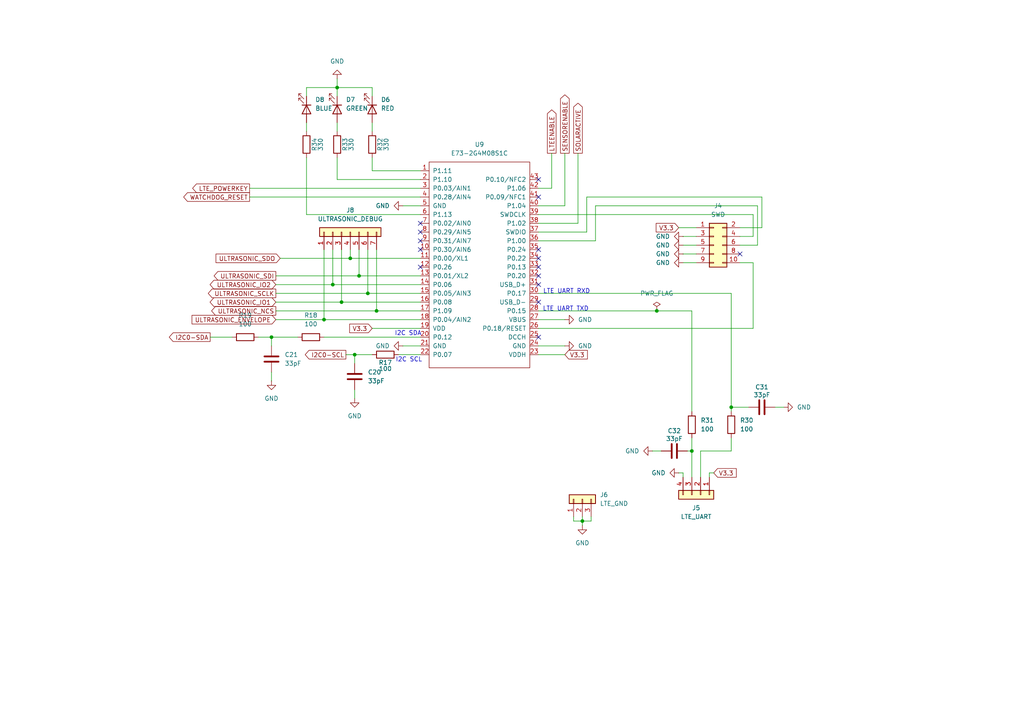
<source format=kicad_sch>
(kicad_sch (version 20231120) (generator "eeschema") (generator_version "8.0")
  (paper "A4")
  (title_block (date "2024-11-26"))
  (lib_symbols
    (symbol "Connector_Generic:Conn_01x03" (pin_names (offset 1.016) hide)
      (property "Reference" "J" (at 0 5.08 0))
      (property "Value" "Conn_01x03" (at 0 -5.08 0))
      (symbol "Conn_01x03_1_1"
        (rectangle (start -1.27 -2.413) (end 0 -2.667) (stroke (width 0.1524)))
        (rectangle (start -1.27 0.127) (end 0 -0.127) (stroke (width 0.1524)))
        (rectangle (start -1.27 2.667) (end 0 2.413) (stroke (width 0.1524)))
        (rectangle (start -1.27 3.81) (end 1.27 -3.81) (stroke (width 0.254)) (fill (type background)))
        (pin passive line (at -5.08 2.54 0) (length 3.81) (name "Pin_1") (number "1"))
        (pin passive line (at -5.08 0 0) (length 3.81) (name "Pin_2") (number "2"))
        (pin passive line (at -5.08 -2.54 0) (length 3.81) (name "Pin_3") (number "3"))
      )
    )
    (symbol "Connector_Generic:Conn_01x04" (pin_names (offset 1.016) hide)
      (property "Reference" "J" (at 0 5.08 0))
      (property "Value" "Conn_01x04" (at 0 -7.62 0))
      (symbol "Conn_01x04_1_1"
        (rectangle (start -1.27 -4.953) (end 0 -5.207) (stroke (width 0.1524)))
        (rectangle (start -1.27 -2.413) (end 0 -2.667) (stroke (width 0.1524)))
        (rectangle (start -1.27 0.127) (end 0 -0.127) (stroke (width 0.1524)))
        (rectangle (start -1.27 2.667) (end 0 2.413) (stroke (width 0.1524)))
        (rectangle (start -1.27 3.81) (end 1.27 -6.35) (stroke (width 0.254)) (fill (type background)))
        (pin passive line (at -5.08 2.54 0) (length 3.81) (name "Pin_1") (number "1"))
        (pin passive line (at -5.08 0 0) (length 3.81) (name "Pin_2") (number "2"))
        (pin passive line (at -5.08 -2.54 0) (length 3.81) (name "Pin_3") (number "3"))
        (pin passive line (at -5.08 -5.08 0) (length 3.81) (name "Pin_4") (number "4"))
      )
    )
    (symbol "Connector_Generic:Conn_01x07" (pin_names (offset 1.016) hide)
      (property "Reference" "J" (at 0 10.16 0))
      (property "Value" "Conn_01x07" (at 0 -10.16 0))
      (symbol "Conn_01x07_1_1"
        (rectangle (start -1.27 -7.493) (end 0 -7.747) (stroke (width 0.1524)))
        (rectangle (start -1.27 -4.953) (end 0 -5.207) (stroke (width 0.1524)))
        (rectangle (start -1.27 -2.413) (end 0 -2.667) (stroke (width 0.1524)))
        (rectangle (start -1.27 0.127) (end 0 -0.127) (stroke (width 0.1524)))
        (rectangle (start -1.27 2.667) (end 0 2.413) (stroke (width 0.1524)))
        (rectangle (start -1.27 5.207) (end 0 4.953) (stroke (width 0.1524)))
        (rectangle (start -1.27 7.747) (end 0 7.493) (stroke (width 0.1524)))
        (rectangle (start -1.27 8.89) (end 1.27 -8.89) (stroke (width 0.254)) (fill (type background)))
        (pin passive line (at -5.08 7.62 0) (length 3.81) (name "Pin_1") (number "1"))
        (pin passive line (at -5.08 5.08 0) (length 3.81) (name "Pin_2") (number "2"))
        (pin passive line (at -5.08 2.54 0) (length 3.81) (name "Pin_3") (number "3"))
        (pin passive line (at -5.08 0 0) (length 3.81) (name "Pin_4") (number "4"))
        (pin passive line (at -5.08 -2.54 0) (length 3.81) (name "Pin_5") (number "5"))
        (pin passive line (at -5.08 -5.08 0) (length 3.81) (name "Pin_6") (number "6"))
        (pin passive line (at -5.08 -7.62 0) (length 3.81) (name "Pin_7") (number "7"))
      )
    )
    (symbol "Connector_Generic:Conn_02x05_Odd_Even" (pin_names (offset 1.016) hide)
      (property "Reference" "J" (at 1.27 7.62 0))
      (property "Value" "Conn_02x05_Odd_Even" (at 1.27 -7.62 0))
      (symbol "Conn_02x05_Odd_Even_1_1"
        (rectangle (start -1.27 -4.953) (end 0 -5.207) (stroke (width 0.1524)))
        (rectangle (start -1.27 -2.413) (end 0 -2.667) (stroke (width 0.1524)))
        (rectangle (start -1.27 0.127) (end 0 -0.127) (stroke (width 0.1524)))
        (rectangle (start -1.27 2.667) (end 0 2.413) (stroke (width 0.1524)))
        (rectangle (start -1.27 5.207) (end 0 4.953) (stroke (width 0.1524)))
        (rectangle (start -1.27 6.35) (end 3.81 -6.35) (stroke (width 0.254)) (fill (type background)))
        (rectangle (start 3.81 -4.953) (end 2.54 -5.207) (stroke (width 0.1524)))
        (rectangle (start 3.81 -2.413) (end 2.54 -2.667) (stroke (width 0.1524)))
        (rectangle (start 3.81 0.127) (end 2.54 -0.127) (stroke (width 0.1524)))
        (rectangle (start 3.81 2.667) (end 2.54 2.413) (stroke (width 0.1524)))
        (rectangle (start 3.81 5.207) (end 2.54 4.953) (stroke (width 0.1524)))
        (pin passive line (at -5.08 5.08 0) (length 3.81) (name "Pin_1") (number "1"))
        (pin passive line (at 7.62 -5.08 180) (length 3.81) (name "Pin_10") (number "10"))
        (pin passive line (at 7.62 5.08 180) (length 3.81) (name "Pin_2") (number "2"))
        (pin passive line (at -5.08 2.54 0) (length 3.81) (name "Pin_3") (number "3"))
        (pin passive line (at 7.62 2.54 180) (length 3.81) (name "Pin_4") (number "4"))
        (pin passive line (at -5.08 0 0) (length 3.81) (name "Pin_5") (number "5"))
        (pin passive line (at 7.62 0 180) (length 3.81) (name "Pin_6") (number "6"))
        (pin passive line (at -5.08 -2.54 0) (length 3.81) (name "Pin_7") (number "7"))
        (pin passive line (at 7.62 -2.54 180) (length 3.81) (name "Pin_8") (number "8"))
        (pin passive line (at -5.08 -5.08 0) (length 3.81) (name "Pin_9") (number "9"))
      )
    )
    (symbol "Device:C" (pin_numbers hide) (pin_names (offset 0.254))
      (property "Reference" "C" (at 0.635 2.54 0))
      (property "Value" "C" (at 0.635 -2.54 0))
      (symbol "C_0_1"
        (polyline (pts (xy -2.032 -0.762) (xy 2.032 -0.762)) (stroke (width 0.508)))
        (polyline (pts (xy -2.032 0.762) (xy 2.032 0.762)) (stroke (width 0.508)))
      )
      (symbol "C_1_1"
        (pin passive line (at 0 3.81 270) (length 2.794) (name "~") (number "1"))
        (pin passive line (at 0 -3.81 90) (length 2.794) (name "~") (number "2"))
      )
    )
    (symbol "Device:LED" (pin_numbers hide) (pin_names (offset 1.016) hide)
      (property "Reference" "D" (at 0 2.54 0))
      (property "Value" "LED" (at 0 -2.54 0))
      (symbol "LED_0_1"
        (polyline (pts (xy -1.27 -1.27) (xy -1.27 1.27)) (stroke (width 0.254)))
        (polyline (pts (xy -1.27 0) (xy 1.27 0)))
        (polyline (pts (xy 1.27 -1.27) (xy 1.27 1.27) (xy -1.27 0) (xy 1.27 -1.27)) (stroke (width 0.254)))
        (polyline (pts (xy -3.048 -0.762) (xy -4.572 -2.286) (xy -3.81 -2.286) (xy -4.572 -2.286) (xy -4.572 -1.524)))
        (polyline (pts (xy -1.778 -0.762) (xy -3.302 -2.286) (xy -2.54 -2.286) (xy -3.302 -2.286) (xy -3.302 -1.524)))
      )
      (symbol "LED_1_1"
        (pin passive line (at -3.81 0 0) (length 2.54) (name "K") (number "1"))
        (pin passive line (at 3.81 0 180) (length 2.54) (name "A") (number "2"))
      )
    )
    (symbol "Device:R" (pin_numbers hide) (pin_names (offset 0))
      (property "Reference" "R" (at 2.032 0 90))
      (property "Value" "R" (at 0 0 90))
      (symbol "R_0_1"
        (rectangle (start -1.016 -2.54) (end 1.016 2.54) (stroke (width 0.254)))
      )
      (symbol "R_1_1"
        (pin passive line (at 0 3.81 270) (length 1.27) (name "~") (number "1"))
        (pin passive line (at 0 -3.81 90) (length 1.27) (name "~") (number "2"))
      )
    )
    (symbol "SmarterSilo:E73-2G4M08S1C-52840" (pin_names (offset 1.016))
      (property "Reference" "U1" (at -0.635 34.671 0))
      (property "Value" "E73-2G4M08S1C" (at -0.635 32.3596 0))
      (symbol "E73-2G4M08S1C-52840_0_1"
        (rectangle (start -15.24 30.48) (end 13.97 -29.21))
      )
      (symbol "E73-2G4M08S1C-52840_1_1"
        (pin bidirectional line (at -17.78 27.94 0) (length 2.54) (name "P1.11") (number "1"))
        (pin bidirectional line (at -17.78 5.08 0) (length 2.54) (name "P0.30/AIN6") (number "10"))
        (pin bidirectional line (at -17.78 2.54 0) (length 2.54) (name "P0.00/XL1") (number "11"))
        (pin bidirectional line (at -17.78 0 0) (length 2.54) (name "P0.26") (number "12"))
        (pin bidirectional line (at -17.78 -2.54 0) (length 2.54) (name "P0.01/XL2") (number "13"))
        (pin bidirectional line (at -17.78 -5.08 0) (length 2.54) (name "P0.06") (number "14"))
        (pin bidirectional line (at -17.78 -7.62 0) (length 2.54) (name "P0.05/AIN3") (number "15"))
        (pin bidirectional line (at -17.78 -10.16 0) (length 2.54) (name "P0.08") (number "16"))
        (pin bidirectional line (at -17.78 -12.7 0) (length 2.54) (name "P1.09") (number "17"))
        (pin bidirectional line (at -17.78 -15.24 0) (length 2.54) (name "P0.04/AIN2") (number "18"))
        (pin power_in line (at -17.78 -17.78 0) (length 2.54) (name "VDD") (number "19"))
        (pin bidirectional line (at -17.78 25.4 0) (length 2.54) (name "P1.10") (number "2"))
        (pin bidirectional line (at -17.78 -20.32 0) (length 2.54) (name "P0.12") (number "20"))
        (pin power_in line (at -17.78 -22.86 0) (length 2.54) (name "GND") (number "21"))
        (pin bidirectional line (at -17.78 -25.4 0) (length 2.54) (name "P0.07") (number "22"))
        (pin power_in line (at 16.51 -25.4 180) (length 2.54) (name "VDDH") (number "23"))
        (pin power_in line (at 16.51 -22.86 180) (length 2.54) (name "GND") (number "24"))
        (pin power_out line (at 16.51 -20.32 180) (length 2.54) (name "DCCH") (number "25"))
        (pin input line (at 16.51 -17.78 180) (length 2.54) (name "P0.18/RESET") (number "26"))
        (pin power_in line (at 16.51 -15.24 180) (length 2.54) (name "VBUS") (number "27"))
        (pin power_in line (at 16.51 -12.7 180) (length 2.54) (name "P0.15") (number "28"))
        (pin bidirectional line (at 16.51 -10.16 180) (length 2.54) (name "USB_D-") (number "29"))
        (pin bidirectional line (at -17.78 22.86 0) (length 2.54) (name "P0.03/AIN1") (number "3"))
        (pin bidirectional line (at 16.51 -7.62 180) (length 2.54) (name "P0.17") (number "30"))
        (pin bidirectional line (at 16.51 -5.08 180) (length 2.54) (name "USB_D+") (number "31"))
        (pin bidirectional line (at 16.51 -2.54 180) (length 2.54) (name "P0.20") (number "32"))
        (pin bidirectional line (at 16.51 0 180) (length 2.54) (name "P0.13") (number "33"))
        (pin bidirectional line (at 16.51 2.54 180) (length 2.54) (name "P0.22") (number "34"))
        (pin bidirectional line (at 16.51 5.08 180) (length 2.54) (name "P0.24") (number "35"))
        (pin bidirectional line (at 16.51 7.62 180) (length 2.54) (name "P1.00") (number "36"))
        (pin bidirectional line (at 16.51 10.16 180) (length 2.54) (name "SWDIO") (number "37"))
        (pin bidirectional line (at 16.51 12.7 180) (length 2.54) (name "P1.02") (number "38"))
        (pin bidirectional line (at 16.51 15.24 180) (length 2.54) (name "SWDCLK") (number "39"))
        (pin bidirectional line (at -17.78 20.32 0) (length 2.54) (name "P0.28/AIN4") (number "4"))
        (pin bidirectional line (at 16.51 17.78 180) (length 2.54) (name "P1.04") (number "40"))
        (pin bidirectional line (at 16.51 20.32 180) (length 2.54) (name "P0.09/NFC1") (number "41"))
        (pin bidirectional line (at 16.51 22.86 180) (length 2.54) (name "P1.06") (number "42"))
        (pin bidirectional line (at 16.51 25.4 180) (length 2.54) (name "P0.10/NFC2") (number "43"))
        (pin power_in line (at -17.78 17.78 0) (length 2.54) (name "GND") (number "5"))
        (pin bidirectional line (at -17.78 15.24 0) (length 2.54) (name "P1.13") (number "6"))
        (pin bidirectional line (at -17.78 12.7 0) (length 2.54) (name "P0.02/AIN0") (number "7"))
        (pin bidirectional line (at -17.78 10.16 0) (length 2.54) (name "P0.29/AIN5") (number "8"))
        (pin bidirectional line (at -17.78 7.62 0) (length 2.54) (name "P0.31/AIN7") (number "9"))
      )
    )
    (symbol "power:GND" (power) (pin_numbers hide) (pin_names (offset 0) hide)
      (property "Value" "GND" (at 0 -3.81 0))
      (symbol "GND_0_1"
        (polyline (pts (xy 0 0) (xy 0 -1.27) (xy 1.27 -1.27) (xy 0 -2.54) (xy -1.27 -1.27) (xy 0 -1.27)))
      )
      (symbol "GND_1_1"
        (pin power_in line (at 0 0 270) (length 0) (name "~") (number "1"))
      )
    )
    (symbol "power:PWR_FLAG" (power) (pin_numbers hide) (pin_names (offset 0) hide)
      (property "Value" "PWR_FLAG" (at 0 3.81 0))
      (symbol "PWR_FLAG_0_0"
        (pin power_out line (at 0 0 90) (length 0) (name "~") (number "1"))
      )
      (symbol "PWR_FLAG_0_1"
        (polyline (pts (xy 0 0) (xy 0 1.27) (xy -1.016 1.905) (xy 0 2.54) (xy 1.016 1.905) (xy 0 1.27)))
      )
    )
  )
  (junction (at 102.87 102.87))
  (junction (at 104.14 80.01))
  (junction (at 190.5 90.17))
  (junction (at 96.52 82.55))
  (junction (at 101.6 74.93))
  (junction (at 109.22 90.17))
  (junction (at 106.68 85.09))
  (junction (at 99.06 87.63))
  (junction (at 93.98 92.71))
  (junction (at 78.74 97.79))
  (junction (at 97.79 25.4))
  (junction (at 168.91 151.13))
  (junction (at 200.66 130.81))
  (junction (at 212.09 118.11))
  (no_connect (at 156.21 82.55))
  (no_connect (at 121.92 77.47))
  (no_connect (at 156.21 87.63))
  (no_connect (at 156.21 57.15))
  (no_connect (at 121.92 64.77))
  (no_connect (at 121.92 67.31))
  (no_connect (at 121.92 72.39))
  (no_connect (at 121.92 69.85))
  (no_connect (at 214.63 73.66))
  (no_connect (at 156.21 97.79))
  (no_connect (at 156.21 72.39))
  (no_connect (at 156.21 80.01))
  (no_connect (at 156.21 77.47))
  (no_connect (at 156.21 74.93))
  (no_connect (at 156.21 52.07))
  (wire (pts (xy 74.93 97.79) (xy 78.74 97.79)))
  (wire (pts (xy 97.79 52.07) (xy 97.79 45.72)))
  (wire (pts (xy 224.79 118.11) (xy 227.33 118.11)))
  (wire (pts (xy 167.64 44.45) (xy 167.64 64.77)))
  (wire (pts (xy 156.21 69.85) (xy 172.72 69.85)))
  (wire (pts (xy 214.63 66.04) (xy 220.98 66.04)))
  (wire (pts (xy 107.95 49.53) (xy 107.95 45.72)))
  (wire (pts (xy 198.12 71.12) (xy 201.93 71.12)))
  (wire (pts (xy 121.92 49.53) (xy 107.95 49.53)))
  (wire (pts (xy 219.71 71.12) (xy 214.63 71.12)))
  (wire (pts (xy 156.21 100.33) (xy 163.83 100.33)))
  (wire (pts (xy 72.39 54.61) (xy 121.92 54.61)))
  (wire (pts (xy 168.91 149.86) (xy 168.91 151.13)))
  (wire (pts (xy 101.6 72.39) (xy 101.6 74.93)))
  (wire (pts (xy 107.95 25.4) (xy 107.95 27.94)))
  (wire (pts (xy 96.52 72.39) (xy 96.52 82.55)))
  (wire (pts (xy 88.9 27.94) (xy 88.9 25.4)))
  (wire (pts (xy 156.21 95.25) (xy 218.44 95.25)))
  (wire (pts (xy 166.37 149.86) (xy 166.37 151.13)))
  (wire (pts (xy 107.95 102.87) (xy 102.87 102.87)))
  (wire (pts (xy 198.12 68.58) (xy 201.93 68.58)))
  (wire (pts (xy 219.71 59.69) (xy 219.71 71.12)))
  (wire (pts (xy 88.9 35.56) (xy 88.9 38.1)))
  (wire (pts (xy 200.66 90.17) (xy 200.66 119.38)))
  (wire (pts (xy 107.95 35.56) (xy 107.95 38.1)))
  (wire (pts (xy 198.12 73.66) (xy 201.93 73.66)))
  (wire (pts (xy 156.21 102.87) (xy 163.83 102.87)))
  (wire (pts (xy 163.83 59.69) (xy 163.83 44.45)))
  (wire (pts (xy 104.14 80.01) (xy 121.92 80.01)))
  (wire (pts (xy 160.02 54.61) (xy 160.02 44.45)))
  (wire (pts (xy 80.01 82.55) (xy 96.52 82.55)))
  (wire (pts (xy 88.9 25.4) (xy 97.79 25.4)))
  (wire (pts (xy 93.98 72.39) (xy 93.98 92.71)))
  (wire (pts (xy 80.01 80.01) (xy 104.14 80.01)))
  (wire (pts (xy 78.74 107.95) (xy 78.74 110.49)))
  (wire (pts (xy 81.28 74.93) (xy 101.6 74.93)))
  (wire (pts (xy 101.6 74.93) (xy 121.92 74.93)))
  (wire (pts (xy 198.12 76.2) (xy 201.93 76.2)))
  (wire (pts (xy 102.87 113.03) (xy 102.87 115.57)))
  (wire (pts (xy 104.14 72.39) (xy 104.14 80.01)))
  (wire (pts (xy 72.39 57.15) (xy 121.92 57.15)))
  (wire (pts (xy 168.91 151.13) (xy 168.91 152.4)))
  (wire (pts (xy 203.2 130.81) (xy 203.2 138.43)))
  (wire (pts (xy 156.21 59.69) (xy 163.83 59.69)))
  (wire (pts (xy 107.95 95.25) (xy 121.92 95.25)))
  (wire (pts (xy 172.72 69.85) (xy 172.72 59.69)))
  (wire (pts (xy 156.21 54.61) (xy 160.02 54.61)))
  (wire (pts (xy 212.09 127) (xy 212.09 130.81)))
  (wire (pts (xy 102.87 102.87) (xy 102.87 105.41)))
  (wire (pts (xy 97.79 25.4) (xy 107.95 25.4)))
  (wire (pts (xy 220.98 66.04) (xy 220.98 57.15)))
  (wire (pts (xy 170.18 57.15) (xy 170.18 67.31)))
  (wire (pts (xy 156.21 85.09) (xy 212.09 85.09)))
  (wire (pts (xy 78.74 97.79) (xy 86.36 97.79)))
  (wire (pts (xy 100.33 102.87) (xy 102.87 102.87)))
  (wire (pts (xy 116.84 59.69) (xy 121.92 59.69)))
  (wire (pts (xy 199.39 130.81) (xy 200.66 130.81)))
  (wire (pts (xy 121.92 52.07) (xy 97.79 52.07)))
  (wire (pts (xy 218.44 62.23) (xy 218.44 68.58)))
  (wire (pts (xy 190.5 90.17) (xy 200.66 90.17)))
  (wire (pts (xy 172.72 59.69) (xy 219.71 59.69)))
  (wire (pts (xy 99.06 87.63) (xy 121.92 87.63)))
  (wire (pts (xy 97.79 35.56) (xy 97.79 38.1)))
  (wire (pts (xy 99.06 72.39) (xy 99.06 87.63)))
  (wire (pts (xy 212.09 85.09) (xy 212.09 118.11)))
  (wire (pts (xy 93.98 97.79) (xy 121.92 97.79)))
  (wire (pts (xy 218.44 95.25) (xy 218.44 76.2)))
  (wire (pts (xy 96.52 82.55) (xy 121.92 82.55)))
  (wire (pts (xy 109.22 90.17) (xy 121.92 90.17)))
  (wire (pts (xy 189.23 130.81) (xy 191.77 130.81)))
  (wire (pts (xy 80.01 92.71) (xy 93.98 92.71)))
  (wire (pts (xy 220.98 57.15) (xy 170.18 57.15)))
  (wire (pts (xy 200.66 127) (xy 200.66 130.81)))
  (wire (pts (xy 80.01 85.09) (xy 106.68 85.09)))
  (wire (pts (xy 166.37 151.13) (xy 168.91 151.13)))
  (wire (pts (xy 97.79 25.4) (xy 97.79 27.94)))
  (wire (pts (xy 167.64 64.77) (xy 156.21 64.77)))
  (wire (pts (xy 106.68 72.39) (xy 106.68 85.09)))
  (wire (pts (xy 196.85 66.04) (xy 201.93 66.04)))
  (wire (pts (xy 80.01 87.63) (xy 99.06 87.63)))
  (wire (pts (xy 205.74 137.16) (xy 205.74 138.43)))
  (wire (pts (xy 168.91 151.13) (xy 171.45 151.13)))
  (wire (pts (xy 121.92 62.23) (xy 88.9 62.23)))
  (wire (pts (xy 156.21 62.23) (xy 218.44 62.23)))
  (wire (pts (xy 93.98 92.71) (xy 121.92 92.71)))
  (wire (pts (xy 115.57 102.87) (xy 121.92 102.87)))
  (wire (pts (xy 106.68 85.09) (xy 121.92 85.09)))
  (wire (pts (xy 171.45 151.13) (xy 171.45 149.86)))
  (wire (pts (xy 60.96 97.79) (xy 67.31 97.79)))
  (wire (pts (xy 212.09 130.81) (xy 203.2 130.81)))
  (wire (pts (xy 207.01 137.16) (xy 205.74 137.16)))
  (wire (pts (xy 170.18 67.31) (xy 156.21 67.31)))
  (wire (pts (xy 217.17 118.11) (xy 212.09 118.11)))
  (wire (pts (xy 80.01 90.17) (xy 109.22 90.17)))
  (wire (pts (xy 109.22 72.39) (xy 109.22 90.17)))
  (wire (pts (xy 200.66 130.81) (xy 200.66 138.43)))
  (wire (pts (xy 156.21 90.17) (xy 190.5 90.17)))
  (wire (pts (xy 88.9 62.23) (xy 88.9 45.72)))
  (wire (pts (xy 116.84 100.33) (xy 121.92 100.33)))
  (wire (pts (xy 212.09 118.11) (xy 212.09 119.38)))
  (wire (pts (xy 78.74 97.79) (xy 78.74 100.33)))
  (wire (pts (xy 156.21 92.71) (xy 163.83 92.71)))
  (wire (pts (xy 198.12 137.16) (xy 198.12 138.43)))
  (wire (pts (xy 218.44 76.2) (xy 214.63 76.2)))
  (wire (pts (xy 218.44 68.58) (xy 214.63 68.58)))
  (wire (pts (xy 97.79 22.86) (xy 97.79 25.4)))
  (wire (pts (xy 196.85 137.16) (xy 198.12 137.16)))
  (text "I2C SDA" (at 118.364 96.774 0) (effects (font (size 1.27 1.27))))
  (text "I2C SCL" (at 118.618 104.394 0) (effects (font (size 1.27 1.27))))
  (text "LTE UART TXD" (at 164.084 89.662 0) (effects (font (size 1.27 1.27))))
  (text "LTE UART RXD" (at 164.338 84.582 0) (effects (font (size 1.27 1.27))))
  (global_label "V3.3" (shape input) (at 207.01 137.16 0) (property "Intersheetrefs" "${INTERSHEET_REFS}" (effects (hide yes))))
  (global_label "LTE_POWERKEY" (shape output) (at 72.39 54.61 180) (property "Intersheetrefs" "${INTERSHEET_REFS}" (effects (hide yes))))
  (global_label "ULTRASONIC_SCLK" (shape output) (at 80.01 85.09 180) (property "Intersheetrefs" "${INTERSHEET_REFS}" (effects (hide yes))))
  (global_label "I2C0-SCL" (shape output) (at 100.33 102.87 180) (property "Intersheetrefs" "${INTERSHEET_REFS}" (effects (hide yes))))
  (global_label "ULTRASONIC_ENVELOPE" (shape input) (at 80.01 92.71 180) (property "Intersheetrefs" "${INTERSHEET_REFS}" (effects (hide yes))))
  (global_label "ULTRASONIC_SDI" (shape output) (at 80.01 80.01 180) (property "Intersheetrefs" "${INTERSHEET_REFS}" (effects (hide yes))))
  (global_label "ULTRASONIC_IO1" (shape bidirectional) (at 80.01 87.63 180) (property "Intersheetrefs" "${INTERSHEET_REFS}" (effects (hide yes))))
  (global_label "I2C0-SDA" (shape output) (at 60.96 97.79 180) (property "Intersheetrefs" "${INTERSHEET_REFS}" (effects (hide yes))))
  (global_label "SOLARACTIVE" (shape output) (at 167.64 44.45 90) (property "Intersheetrefs" "${INTERSHEET_REFS}" (effects (hide yes))))
  (global_label "ULTRASONIC_NCS" (shape output) (at 80.01 90.17 180) (property "Intersheetrefs" "${INTERSHEET_REFS}" (effects (hide yes))))
  (global_label "ULTRASONIC_IO2" (shape bidirectional) (at 80.01 82.55 180) (property "Intersheetrefs" "${INTERSHEET_REFS}" (effects (hide yes))))
  (global_label "V3.3" (shape input) (at 107.95 95.25 180) (property "Intersheetrefs" "${INTERSHEET_REFS}" (effects (hide yes))))
  (global_label "V3.3" (shape input) (at 196.85 66.04 180) (property "Intersheetrefs" "${INTERSHEET_REFS}" (effects (hide yes))))
  (global_label "WATCHDOG_RESET" (shape output) (at 72.39 57.15 180) (property "Intersheetrefs" "${INTERSHEET_REFS}" (effects (hide yes))))
  (global_label "ULTRASONIC_SDO" (shape input) (at 81.28 74.93 180) (property "Intersheetrefs" "${INTERSHEET_REFS}" (effects (hide yes))))
  (global_label "V3.3" (shape input) (at 163.83 102.87 0) (property "Intersheetrefs" "${INTERSHEET_REFS}" (effects (hide yes))))
  (global_label "LTEENABLE" (shape output) (at 160.02 44.45 90) (property "Intersheetrefs" "${INTERSHEET_REFS}" (effects (hide yes))))
  (global_label "SENSORENABLE" (shape output) (at 163.83 44.45 90) (property "Intersheetrefs" "${INTERSHEET_REFS}" (effects (hide yes))))
  (symbol (lib_id "power:GND") (at 198.12 71.12 270) (unit 1)
    (property "Reference" "#PWR013" (effects (hide yes)))
    (property "Value" "GND" (at 194.31 71.1199 90) (effects (justify right)))
    (property "Description" "Power symbol creates a global label with name \"GND\" , ground" (effects (hide yes)))
  )
  (symbol (lib_id "Device:LED") (at 88.9 31.75 270) (unit 1)
    (property "Reference" "D8" (at 91.44 28.8924 90) (effects (justify left)))
    (property "Value" "BLUE" (at 91.44 31.4324 90) (effects (justify left)))
    (property "Footprint" "LED_SMD:LED_0603_1608Metric" (effects (hide yes)))
    (property "Description" "Light emitting diode" (effects (hide yes)))
    (property "LCSC" "C2288" (effects (hide yes)))
  )
  (symbol (lib_id "power:GND") (at 196.85 137.16 270) (unit 1)
    (property "Reference" "#PWR036" (effects (hide yes)))
    (property "Value" "GND" (at 193.04 137.1599 90) (effects (justify right)))
    (property "Description" "Power symbol creates a global label with name \"GND\" , ground" (effects (hide yes)))
  )
  (symbol (lib_id "Device:R") (at 97.79 41.91 180) (unit 1)
    (property "Reference" "R33" (at 100.076 41.91 90))
    (property "Value" "330" (at 101.854 41.91 90))
    (property "Footprint" "Resistor_SMD:R_0603_1608Metric" (effects (hide yes)))
    (property "Description" "Resistor" (effects (hide yes)))
    (property "LCSC" "C23138" (effects (hide yes)))
  )
  (symbol (lib_id "Device:R") (at 107.95 41.91 180) (unit 1)
    (property "Reference" "R32" (at 110.236 41.91 90))
    (property "Value" "330" (at 112.014 41.91 90))
    (property "Footprint" "Resistor_SMD:R_0603_1608Metric" (effects (hide yes)))
    (property "Description" "Resistor" (effects (hide yes)))
    (property "LCSC" "C23138" (effects (hide yes)))
  )
  (symbol (lib_id "Device:R") (at 90.17 97.79 90) (unit 1)
    (property "Reference" "R18" (at 90.17 91.44 90))
    (property "Value" "100" (at 90.17 93.98 90))
    (property "Footprint" "Resistor_SMD:R_0603_1608Metric" (effects (hide yes)))
    (property "Description" "Resistor" (effects (hide yes)))
    (property "LCSC" "C22775" (effects (hide yes)))
  )
  (symbol (lib_id "power:GND") (at 168.91 152.4 0) (unit 1)
    (property "Reference" "#PWR037" (effects (hide yes)))
    (property "Value" "GND" (at 168.91 157.48 0))
    (property "Description" "Power symbol creates a global label with name \"GND\" , ground" (effects (hide yes)))
  )
  (symbol (lib_id "Device:R") (at 111.76 102.87 90) (unit 1)
    (property "Reference" "R17" (at 111.76 105.156 90))
    (property "Value" "100" (at 111.76 106.934 90))
    (property "Footprint" "Resistor_SMD:R_0603_1608Metric" (effects (hide yes)))
    (property "Description" "Resistor" (effects (hide yes)))
    (property "LCSC" "C22775" (effects (hide yes)))
  )
  (symbol (lib_id "power:GND") (at 189.23 130.81 270) (unit 1)
    (property "Reference" "#PWR034" (effects (hide yes)))
    (property "Value" "GND" (at 185.42 130.8099 90) (effects (justify right)))
    (property "Description" "Power symbol creates a global label with name \"GND\" , ground" (effects (hide yes)))
  )
  (symbol (lib_id "SmarterSilo:E73-2G4M08S1C-52840") (at 139.7 77.47 0) (unit 1)
    (property "Reference" "U9" (at 139.065 41.91 0))
    (property "Value" "E73-2G4M08S1C" (at 139.065 44.45 0))
    (property "Footprint" "SmarterSilo:E73(2G4M08S1C)" (effects (hide yes)))
    (property "LCSC" "C356849" (effects (hide yes)))
  )
  (symbol (lib_id "power:GND") (at 198.12 68.58 270) (unit 1)
    (property "Reference" "#PWR012" (effects (hide yes)))
    (property "Value" "GND" (at 194.31 68.5799 90) (effects (justify right)))
    (property "Description" "Power symbol creates a global label with name \"GND\" , ground" (effects (hide yes)))
  )
  (symbol (lib_id "Connector_Generic:Conn_02x05_Odd_Even") (at 207.01 71.12 0) (unit 1)
    (property "Reference" "J4" (at 208.28 59.69 0))
    (property "Value" "SWD" (at 208.28 62.23 0))
    (property "Footprint" "Connector_PinHeader_1.27mm:PinHeader_2x05_P1.27mm_Vertical_SMD" (effects (hide yes)))
    (property "Description" "Generic connector, double row, 02x05, odd/even pin numbering scheme (row 1 odd numbers, row 2 even numbers), script generated (kicad-library-utils/schlib/autogen/connector/)" (effects (hide yes)))
  )
  (symbol (lib_id "power:GND") (at 116.84 59.69 270) (unit 1)
    (property "Reference" "#PWR016" (effects (hide yes)))
    (property "Value" "GND" (at 113.03 59.6899 90) (effects (justify right)))
    (property "Description" "Power symbol creates a global label with name \"GND\" , ground" (effects (hide yes)))
  )
  (symbol (lib_id "power:GND") (at 163.83 100.33 90) (unit 1)
    (property "Reference" "#PWR015" (effects (hide yes)))
    (property "Value" "GND" (at 167.64 100.3299 90) (effects (justify right)))
    (property "Description" "Power symbol creates a global label with name \"GND\" , ground" (effects (hide yes)))
  )
  (symbol (lib_id "Device:R") (at 88.9 41.91 180) (unit 1)
    (property "Reference" "R34" (at 91.186 41.91 90))
    (property "Value" "330" (at 92.964 41.91 90))
    (property "Footprint" "Resistor_SMD:R_0603_1608Metric" (effects (hide yes)))
    (property "Description" "Resistor" (effects (hide yes)))
    (property "LCSC" "C23138" (effects (hide yes)))
  )
  (symbol (lib_id "Connector_Generic:Conn_01x04") (at 203.2 143.51 270) (unit 1)
    (property "Reference" "J5" (at 201.93 147.32 90))
    (property "Value" "LTE_UART" (at 201.93 149.86 90))
    (property "Footprint" "Connector_PinHeader_2.54mm:PinHeader_1x04_P2.54mm_Vertical" (effects (hide yes)))
    (property "Description" "Generic connector, single row, 01x04, script generated (kicad-library-utils/schlib/autogen/connector/)" (effects (hide yes)))
  )
  (symbol (lib_id "Device:LED") (at 107.95 31.75 270) (unit 1)
    (property "Reference" "D6" (at 110.49 28.8924 90) (effects (justify left)))
    (property "Value" "RED" (at 110.49 31.4324 90) (effects (justify left)))
    (property "Footprint" "LED_SMD:LED_0603_1608Metric" (effects (hide yes)))
    (property "Description" "Light emitting diode" (effects (hide yes)))
    (property "LCSC" "C2286" (effects (hide yes)))
  )
  (symbol (lib_id "power:GND") (at 198.12 76.2 270) (unit 1)
    (property "Reference" "#PWR041" (effects (hide yes)))
    (property "Value" "GND" (at 194.31 76.1999 90) (effects (justify right)))
    (property "Description" "Power symbol creates a global label with name \"GND\" , ground" (effects (hide yes)))
  )
  (symbol (lib_id "Device:C") (at 220.98 118.11 90) (unit 1)
    (property "Reference" "C31" (at 220.98 112.268 90))
    (property "Value" "33pF" (at 220.98 114.554 90))
    (property "Footprint" "Capacitor_SMD:C_0603_1608Metric" (effects (hide yes)))
    (property "Description" "Unpolarized capacitor" (effects (hide yes)))
    (property "LCSC" "C1663" (effects (hide yes)))
  )
  (symbol (lib_id "Device:R") (at 71.12 97.79 90) (unit 1)
    (property "Reference" "R19" (at 71.12 91.44 90))
    (property "Value" "100" (at 71.12 93.98 90))
    (property "Footprint" "Resistor_SMD:R_0603_1608Metric" (effects (hide yes)))
    (property "Description" "Resistor" (effects (hide yes)))
    (property "LCSC" "C22775" (effects (hide yes)))
  )
  (symbol (lib_id "power:GND") (at 227.33 118.11 90) (unit 1)
    (property "Reference" "#PWR033" (effects (hide yes)))
    (property "Value" "GND" (at 231.14 118.1099 90) (effects (justify right)))
    (property "Description" "Power symbol creates a global label with name \"GND\" , ground" (effects (hide yes)))
  )
  (symbol (lib_id "power:GND") (at 116.84 100.33 270) (unit 1)
    (property "Reference" "#PWR014" (effects (hide yes)))
    (property "Value" "GND" (at 113.03 100.3299 90) (effects (justify right)))
    (property "Description" "Power symbol creates a global label with name \"GND\" , ground" (effects (hide yes)))
  )
  (symbol (lib_id "power:GND") (at 163.83 92.71 90) (unit 1)
    (property "Reference" "#PWR017" (effects (hide yes)))
    (property "Value" "GND" (at 167.64 92.7099 90) (effects (justify right)))
    (property "Description" "Power symbol creates a global label with name \"GND\" , ground" (effects (hide yes)))
  )
  (symbol (lib_id "Connector_Generic:Conn_01x07") (at 101.6 67.31 90) (unit 1)
    (property "Reference" "J8" (at 101.6 60.96 90))
    (property "Value" "ULTRASONIC_DEBUG" (at 101.6 63.5 90))
    (property "Footprint" "Connector_PinHeader_2.54mm:PinHeader_1x07_P2.54mm_Vertical" (effects (hide yes)))
    (property "Description" "Generic connector, single row, 01x07, script generated (kicad-library-utils/schlib/autogen/connector/)" (effects (hide yes)))
  )
  (symbol (lib_id "Device:C") (at 102.87 109.22 0) (unit 1)
    (property "Reference" "C20" (at 106.68 107.9499 0) (effects (justify left)))
    (property "Value" "33pF" (at 106.68 110.4899 0) (effects (justify left)))
    (property "Footprint" "Capacitor_SMD:C_0603_1608Metric" (effects (hide yes)))
    (property "Description" "Unpolarized capacitor" (effects (hide yes)))
    (property "LCSC" "C1663" (effects (hide yes)))
  )
  (symbol (lib_id "power:GND") (at 97.79 22.86 180) (unit 1)
    (property "Reference" "#PWR035" (effects (hide yes)))
    (property "Value" "GND" (at 97.79 17.78 0))
    (property "Description" "Power symbol creates a global label with name \"GND\" , ground" (effects (hide yes)))
  )
  (symbol (lib_id "Device:LED") (at 97.79 31.75 270) (unit 1)
    (property "Reference" "D7" (at 100.33 28.8924 90) (effects (justify left)))
    (property "Value" "GREEN" (at 100.33 31.4324 90) (effects (justify left)))
    (property "Footprint" "LED_SMD:LED_0603_1608Metric" (effects (hide yes)))
    (property "Description" "Light emitting diode" (effects (hide yes)))
    (property "LCSC" "C12624" (effects (hide yes)))
  )
  (symbol (lib_id "Device:C") (at 195.58 130.81 90) (unit 1)
    (property "Reference" "C32" (at 195.58 124.968 90))
    (property "Value" "33pF" (at 195.58 127.254 90))
    (property "Footprint" "Capacitor_SMD:C_0603_1608Metric" (effects (hide yes)))
    (property "Description" "Unpolarized capacitor" (effects (hide yes)))
    (property "LCSC" "C1663" (effects (hide yes)))
  )
  (symbol (lib_id "Device:R") (at 212.09 123.19 180) (unit 1)
    (property "Reference" "R30" (at 214.63 121.9199 0) (effects (justify right)))
    (property "Value" "100" (at 214.63 124.4599 0) (effects (justify right)))
    (property "Footprint" "Resistor_SMD:R_0603_1608Metric" (effects (hide yes)))
    (property "Description" "Resistor" (effects (hide yes)))
    (property "LCSC" "C22775" (effects (hide yes)))
  )
  (symbol (lib_id "power:PWR_FLAG") (at 190.5 90.17 0) (unit 1)
    (property "Reference" "#FLG06" (effects (hide yes)))
    (property "Value" "PWR_FLAG" (at 190.5 85.09 0))
    (property "Description" "Special symbol for telling ERC where power comes from" (effects (hide yes)))
  )
  (symbol (lib_id "power:GND") (at 102.87 115.57 0) (unit 1)
    (property "Reference" "#PWR018" (effects (hide yes)))
    (property "Value" "GND" (at 102.87 120.65 0))
    (property "Description" "Power symbol creates a global label with name \"GND\" , ground" (effects (hide yes)))
  )
  (symbol (lib_id "power:GND") (at 78.74 110.49 0) (unit 1)
    (property "Reference" "#PWR019" (effects (hide yes)))
    (property "Value" "GND" (at 78.74 115.57 0))
    (property "Description" "Power symbol creates a global label with name \"GND\" , ground" (effects (hide yes)))
  )
  (symbol (lib_id "power:GND") (at 198.12 73.66 270) (unit 1)
    (property "Reference" "#PWR032" (effects (hide yes)))
    (property "Value" "GND" (at 194.31 73.6599 90) (effects (justify right)))
    (property "Description" "Power symbol creates a global label with name \"GND\" , ground" (effects (hide yes)))
  )
  (symbol (lib_id "Connector_Generic:Conn_01x03") (at 168.91 144.78 90) (unit 1)
    (property "Reference" "J6" (at 173.99 143.5099 90) (effects (justify right)))
    (property "Value" "LTE_GND" (at 173.99 146.0499 90) (effects (justify right)))
    (property "Footprint" "Connector_PinHeader_2.54mm:PinHeader_1x03_P2.54mm_Vertical" (effects (hide yes)))
    (property "Description" "Generic connector, single row, 01x03, script generated (kicad-library-utils/schlib/autogen/connector/)" (effects (hide yes)))
  )
  (symbol (lib_id "Device:R") (at 200.66 123.19 180) (unit 1)
    (property "Reference" "R31" (at 203.2 121.9199 0) (effects (justify right)))
    (property "Value" "100" (at 203.2 124.4599 0) (effects (justify right)))
    (property "Footprint" "Resistor_SMD:R_0603_1608Metric" (effects (hide yes)))
    (property "Description" "Resistor" (effects (hide yes)))
    (property "LCSC" "C22775" (effects (hide yes)))
  )
  (symbol (lib_id "Device:C") (at 78.74 104.14 0) (unit 1)
    (property "Reference" "C21" (at 82.55 102.8699 0) (effects (justify left)))
    (property "Value" "33pF" (at 82.55 105.4099 0) (effects (justify left)))
    (property "Footprint" "Capacitor_SMD:C_0603_1608Metric" (effects (hide yes)))
    (property "Description" "Unpolarized capacitor" (effects (hide yes)))
    (property "LCSC" "C1663" (effects (hide yes)))
  )
)
</source>
